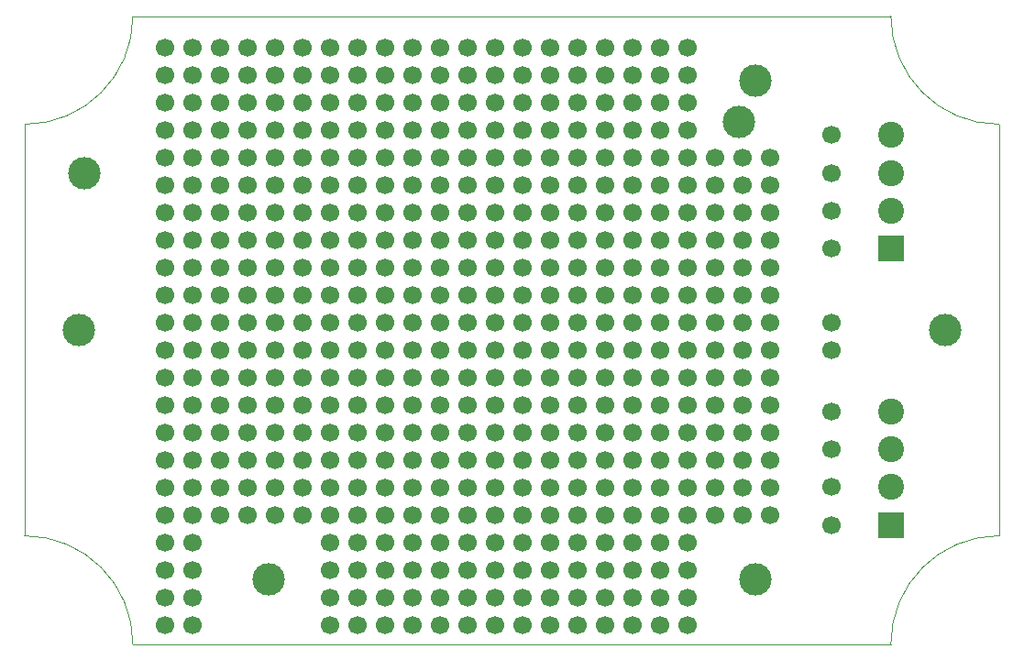
<source format=gbr>
G04 #@! TF.GenerationSoftware,KiCad,Pcbnew,7.0.11+dfsg-1build4*
G04 #@! TF.CreationDate,2025-11-10T09:45:06-05:00*
G04 #@! TF.ProjectId,MCU_PROTO_100x68mm,4d43555f-5052-44f5-944f-5f3130307836,rev?*
G04 #@! TF.SameCoordinates,Original*
G04 #@! TF.FileFunction,Soldermask,Top*
G04 #@! TF.FilePolarity,Negative*
%FSLAX46Y46*%
G04 Gerber Fmt 4.6, Leading zero omitted, Abs format (unit mm)*
G04 Created by KiCad (PCBNEW 7.0.11+dfsg-1build4) date 2025-11-10 09:45:06*
%MOMM*%
%LPD*%
G01*
G04 APERTURE LIST*
%ADD10C,1.700000*%
%ADD11C,3.000000*%
%ADD12R,2.400000X2.400000*%
%ADD13C,2.400000*%
G04 #@! TA.AperFunction,Profile*
%ADD14C,0.050000*%
G04 #@! TD*
G04 APERTURE END LIST*
D10*
X130780000Y-153710000D03*
X161260000Y-141010000D03*
X143480000Y-148630000D03*
X133320000Y-113070000D03*
X128240000Y-105450000D03*
X135860000Y-156250000D03*
X158720000Y-130850000D03*
X166340000Y-128310000D03*
X153640000Y-107990000D03*
X118080000Y-110530000D03*
X133320000Y-115610000D03*
X140940000Y-148630000D03*
X133320000Y-102910000D03*
X140940000Y-138470000D03*
X123160000Y-110530000D03*
X140940000Y-110530000D03*
X125700000Y-143550000D03*
X135860000Y-125770000D03*
X113000000Y-113070000D03*
X151100000Y-133390000D03*
X161260000Y-120690000D03*
X128240000Y-125770000D03*
X161260000Y-128310000D03*
X135860000Y-151170000D03*
X148560000Y-125770000D03*
X146020000Y-118150000D03*
X123160000Y-143550000D03*
X138400000Y-133390000D03*
X143480000Y-151170000D03*
X138400000Y-135930000D03*
X123160000Y-138470000D03*
X151100000Y-128310000D03*
X161260000Y-133390000D03*
X174500000Y-147000000D03*
X125700000Y-107990000D03*
X151100000Y-141010000D03*
X146020000Y-123230000D03*
X158720000Y-123230000D03*
X118080000Y-113070000D03*
X138400000Y-123230000D03*
X125700000Y-133390000D03*
X113000000Y-156250000D03*
X174500000Y-136500000D03*
X128240000Y-128310000D03*
X151100000Y-156250000D03*
X156180000Y-123230000D03*
X120620000Y-107990000D03*
D11*
X105000000Y-129000000D03*
D10*
X135860000Y-113070000D03*
X151100000Y-110530000D03*
X128240000Y-148630000D03*
X118080000Y-128310000D03*
X148560000Y-102910000D03*
X168880000Y-118150000D03*
X166340000Y-113070000D03*
X166340000Y-146090000D03*
X113000000Y-118150000D03*
X158720000Y-118150000D03*
X125700000Y-113070000D03*
X118080000Y-107990000D03*
X130780000Y-130850000D03*
X156180000Y-102910000D03*
X125700000Y-105450000D03*
X156180000Y-141010000D03*
X156180000Y-135930000D03*
X143480000Y-105450000D03*
X174500000Y-121500000D03*
X120620000Y-138470000D03*
X166340000Y-118150000D03*
X156180000Y-151170000D03*
X143480000Y-141010000D03*
X146020000Y-141010000D03*
X115540000Y-153710000D03*
X166340000Y-141010000D03*
X153640000Y-113070000D03*
X133320000Y-128310000D03*
X168880000Y-125770000D03*
X123160000Y-135930000D03*
X133320000Y-151170000D03*
X151100000Y-138470000D03*
X115540000Y-102910000D03*
X140940000Y-153710000D03*
X168880000Y-120690000D03*
X158720000Y-148630000D03*
X130780000Y-143550000D03*
X133320000Y-107990000D03*
X161260000Y-146090000D03*
X161260000Y-156250000D03*
X140940000Y-128310000D03*
X113000000Y-125770000D03*
X161260000Y-105450000D03*
X113000000Y-141010000D03*
X156180000Y-148630000D03*
X138400000Y-138470000D03*
X123160000Y-128310000D03*
X148560000Y-118150000D03*
X153640000Y-141010000D03*
X133320000Y-105450000D03*
X156180000Y-143550000D03*
X158720000Y-141010000D03*
X153640000Y-135930000D03*
X163800000Y-123230000D03*
X125700000Y-128310000D03*
X148560000Y-141010000D03*
X153640000Y-115610000D03*
X143480000Y-107990000D03*
X161260000Y-130850000D03*
X115540000Y-135930000D03*
X153640000Y-130850000D03*
X120620000Y-128310000D03*
X130780000Y-151170000D03*
X130780000Y-146090000D03*
X146020000Y-138470000D03*
X143480000Y-128310000D03*
X146020000Y-128310000D03*
X140940000Y-130850000D03*
X115540000Y-138470000D03*
X113000000Y-115610000D03*
X163800000Y-120690000D03*
X133320000Y-120690000D03*
X113000000Y-133390000D03*
X125700000Y-120690000D03*
X151100000Y-153710000D03*
X125700000Y-138470000D03*
X130780000Y-123230000D03*
X128240000Y-123230000D03*
X174500000Y-111000000D03*
X133320000Y-138470000D03*
X161260000Y-135930000D03*
X123160000Y-146090000D03*
X138400000Y-102910000D03*
X146020000Y-156250000D03*
X123160000Y-115610000D03*
X151100000Y-105450000D03*
X123160000Y-125770000D03*
X166340000Y-123230000D03*
X153640000Y-120690000D03*
X153640000Y-153710000D03*
X128240000Y-107990000D03*
X128240000Y-151170000D03*
X135860000Y-143550000D03*
X146020000Y-151170000D03*
X113000000Y-120690000D03*
X166340000Y-125770000D03*
X123160000Y-118150000D03*
X140940000Y-113070000D03*
X153640000Y-138470000D03*
X140940000Y-125770000D03*
X168880000Y-115610000D03*
X148560000Y-156250000D03*
X140940000Y-143550000D03*
X130780000Y-118150000D03*
X113000000Y-123230000D03*
X128240000Y-133390000D03*
X156180000Y-128310000D03*
X130780000Y-138470000D03*
X135860000Y-146090000D03*
X148560000Y-133390000D03*
X140940000Y-105450000D03*
X125700000Y-110530000D03*
X133320000Y-143550000D03*
X168880000Y-138470000D03*
X166340000Y-115610000D03*
X143480000Y-146090000D03*
X128240000Y-102910000D03*
X158720000Y-105450000D03*
X123160000Y-133390000D03*
X133320000Y-153710000D03*
X135860000Y-148630000D03*
X174500000Y-143500000D03*
X161260000Y-138470000D03*
X148560000Y-130850000D03*
X151100000Y-102910000D03*
X118080000Y-130850000D03*
X158720000Y-102910000D03*
X135860000Y-102910000D03*
D11*
X105500000Y-114500000D03*
D10*
X115540000Y-115610000D03*
X158720000Y-133390000D03*
X148560000Y-143550000D03*
X163800000Y-141010000D03*
X146020000Y-110530000D03*
X153640000Y-123230000D03*
X151100000Y-151170000D03*
X120620000Y-118150000D03*
X130780000Y-133390000D03*
X118080000Y-133390000D03*
X115540000Y-128310000D03*
X113000000Y-151170000D03*
X118080000Y-135930000D03*
X158720000Y-110530000D03*
X151100000Y-130850000D03*
X128240000Y-110530000D03*
X128240000Y-135930000D03*
X123160000Y-123230000D03*
X130780000Y-156250000D03*
X151100000Y-125770000D03*
X174500000Y-118000000D03*
X153640000Y-151170000D03*
X140940000Y-115610000D03*
X118080000Y-125770000D03*
X161260000Y-125770000D03*
X163800000Y-138470000D03*
X143480000Y-156250000D03*
X158720000Y-113070000D03*
X133320000Y-110530000D03*
X158720000Y-115610000D03*
X113000000Y-110530000D03*
X146020000Y-130850000D03*
X133320000Y-133390000D03*
X156180000Y-113070000D03*
X118080000Y-115610000D03*
X130780000Y-120690000D03*
D12*
X180000000Y-147000000D03*
D13*
X180000000Y-143500000D03*
X180000000Y-140000000D03*
X180000000Y-136500000D03*
D11*
X185000000Y-129000000D03*
D10*
X135860000Y-130850000D03*
X166340000Y-130850000D03*
X140940000Y-146090000D03*
X143480000Y-153710000D03*
X130780000Y-141010000D03*
X158720000Y-107990000D03*
X118080000Y-120690000D03*
X118080000Y-105450000D03*
X146020000Y-102910000D03*
X153640000Y-148630000D03*
X135860000Y-118150000D03*
X156180000Y-120690000D03*
X151100000Y-115610000D03*
X148560000Y-105450000D03*
X163800000Y-125770000D03*
X115540000Y-156250000D03*
X118080000Y-146090000D03*
X140940000Y-156250000D03*
D11*
X166000000Y-109750000D03*
D10*
X161260000Y-110530000D03*
X128240000Y-120690000D03*
X146020000Y-107990000D03*
X113000000Y-105450000D03*
X140940000Y-118150000D03*
X163800000Y-146090000D03*
X161260000Y-151170000D03*
X143480000Y-130850000D03*
X123160000Y-141010000D03*
X146020000Y-120690000D03*
X133320000Y-146090000D03*
X120620000Y-123230000D03*
X156180000Y-118150000D03*
X166340000Y-135930000D03*
X138400000Y-125770000D03*
X115540000Y-107990000D03*
X115540000Y-113070000D03*
X153640000Y-125770000D03*
X148560000Y-107990000D03*
X163800000Y-135930000D03*
X156180000Y-156250000D03*
X146020000Y-143550000D03*
X120620000Y-125770000D03*
X143480000Y-143550000D03*
X115540000Y-110530000D03*
X168880000Y-135930000D03*
X166340000Y-120690000D03*
X128240000Y-143550000D03*
X140940000Y-123230000D03*
X161260000Y-102910000D03*
X163800000Y-128310000D03*
X174500000Y-140000000D03*
X113000000Y-153710000D03*
X133320000Y-118150000D03*
X115540000Y-130850000D03*
X174500000Y-128310000D03*
X130780000Y-102910000D03*
X130780000Y-107990000D03*
X125700000Y-141010000D03*
X146020000Y-146090000D03*
X153640000Y-105450000D03*
X133320000Y-141010000D03*
X125700000Y-125770000D03*
X138400000Y-141010000D03*
X143480000Y-120690000D03*
X163800000Y-130850000D03*
X143480000Y-125770000D03*
X143480000Y-133390000D03*
X115540000Y-125770000D03*
X151100000Y-107990000D03*
X138400000Y-113070000D03*
X151100000Y-118150000D03*
X123160000Y-120690000D03*
X135860000Y-128310000D03*
X161260000Y-143550000D03*
X161260000Y-113070000D03*
X138400000Y-148630000D03*
X166340000Y-133390000D03*
X158720000Y-151170000D03*
X115540000Y-148630000D03*
X163800000Y-113070000D03*
X120620000Y-146090000D03*
X143480000Y-102910000D03*
X153640000Y-128310000D03*
D11*
X122500000Y-152000000D03*
D10*
X143480000Y-135930000D03*
X128240000Y-130850000D03*
X118080000Y-102910000D03*
X125700000Y-130850000D03*
X133320000Y-123230000D03*
X120620000Y-115610000D03*
X138400000Y-118150000D03*
X115540000Y-146090000D03*
X118080000Y-138470000D03*
X118080000Y-143550000D03*
X168880000Y-141010000D03*
X128240000Y-141010000D03*
X168880000Y-130850000D03*
X118080000Y-141010000D03*
X125700000Y-115610000D03*
X115540000Y-118150000D03*
X168880000Y-123230000D03*
X163800000Y-118150000D03*
X166340000Y-143550000D03*
X128240000Y-156250000D03*
X158720000Y-120690000D03*
X153640000Y-143550000D03*
X138400000Y-153710000D03*
X128240000Y-153710000D03*
X156180000Y-115610000D03*
X163800000Y-143550000D03*
X138400000Y-143550000D03*
X138400000Y-146090000D03*
X161260000Y-148630000D03*
X166340000Y-138470000D03*
X125700000Y-102910000D03*
X161260000Y-115610000D03*
D11*
X167500000Y-152000000D03*
D10*
X148560000Y-123230000D03*
X130780000Y-135930000D03*
X148560000Y-135930000D03*
X146020000Y-115610000D03*
X115540000Y-133390000D03*
X115540000Y-143550000D03*
X168880000Y-128310000D03*
X168880000Y-146090000D03*
X133320000Y-135930000D03*
X148560000Y-128310000D03*
X156180000Y-107990000D03*
X158720000Y-153710000D03*
X153640000Y-146090000D03*
X123160000Y-105450000D03*
X143480000Y-138470000D03*
X156180000Y-146090000D03*
X133320000Y-148630000D03*
X156180000Y-153710000D03*
X143480000Y-113070000D03*
X151100000Y-143550000D03*
X146020000Y-153710000D03*
X140940000Y-141010000D03*
X120620000Y-130850000D03*
X138400000Y-128310000D03*
X135860000Y-135930000D03*
X140940000Y-102910000D03*
X130780000Y-110530000D03*
X130780000Y-115610000D03*
X153640000Y-133390000D03*
X151100000Y-123230000D03*
X161260000Y-153710000D03*
X148560000Y-148630000D03*
X130780000Y-148630000D03*
X148560000Y-120690000D03*
X130780000Y-105450000D03*
X151100000Y-146090000D03*
X146020000Y-148630000D03*
X174500000Y-114500000D03*
X135860000Y-153710000D03*
X115540000Y-123230000D03*
X135860000Y-110530000D03*
X158720000Y-128310000D03*
X120620000Y-135930000D03*
X120620000Y-143550000D03*
X113000000Y-128310000D03*
X151100000Y-148630000D03*
X140940000Y-120690000D03*
X138400000Y-156250000D03*
X168880000Y-143550000D03*
X138400000Y-120690000D03*
X130780000Y-128310000D03*
X113000000Y-102910000D03*
X115540000Y-141010000D03*
X113000000Y-135930000D03*
X158720000Y-138470000D03*
X135860000Y-138470000D03*
X135860000Y-120690000D03*
X138400000Y-107990000D03*
X128240000Y-115610000D03*
X138400000Y-115610000D03*
X135860000Y-133390000D03*
X153640000Y-156250000D03*
X128240000Y-146090000D03*
X156180000Y-130850000D03*
X161260000Y-118150000D03*
X158720000Y-156250000D03*
X161260000Y-107990000D03*
X163800000Y-115610000D03*
X174500000Y-130850000D03*
X123160000Y-130850000D03*
X113000000Y-138470000D03*
X148560000Y-151170000D03*
X151100000Y-120690000D03*
X158720000Y-146090000D03*
X135860000Y-105450000D03*
X130780000Y-125770000D03*
X125700000Y-123230000D03*
X135860000Y-123230000D03*
X120620000Y-110530000D03*
X158720000Y-125770000D03*
X135860000Y-141010000D03*
X158720000Y-143550000D03*
X146020000Y-135930000D03*
X161260000Y-123230000D03*
X151100000Y-135930000D03*
X135860000Y-107990000D03*
X168880000Y-113070000D03*
X148560000Y-115610000D03*
X128240000Y-118150000D03*
X133320000Y-156250000D03*
X113000000Y-146090000D03*
X156180000Y-105450000D03*
X151100000Y-113070000D03*
X113000000Y-130850000D03*
X115540000Y-151170000D03*
X120620000Y-141010000D03*
X138400000Y-151170000D03*
X140940000Y-133390000D03*
X125700000Y-118150000D03*
X156180000Y-138470000D03*
X146020000Y-113070000D03*
X133320000Y-130850000D03*
X148560000Y-113070000D03*
X138400000Y-110530000D03*
X113000000Y-148630000D03*
X153640000Y-118150000D03*
X138400000Y-130850000D03*
X120620000Y-102910000D03*
X146020000Y-125770000D03*
X115540000Y-120690000D03*
X143480000Y-115610000D03*
D11*
X167500000Y-106000000D03*
D10*
X123160000Y-102910000D03*
X143480000Y-123230000D03*
X156180000Y-133390000D03*
X156180000Y-110530000D03*
X118080000Y-123230000D03*
X140940000Y-107990000D03*
X113000000Y-107990000D03*
X133320000Y-125770000D03*
X120620000Y-113070000D03*
X146020000Y-105450000D03*
X120620000Y-120690000D03*
X156180000Y-125770000D03*
X143480000Y-118150000D03*
X115540000Y-105450000D03*
X148560000Y-146090000D03*
X168880000Y-133390000D03*
X123160000Y-113070000D03*
X120620000Y-133390000D03*
X148560000Y-138470000D03*
X125700000Y-135930000D03*
X140940000Y-151170000D03*
X125700000Y-146090000D03*
X158720000Y-135930000D03*
X128240000Y-138470000D03*
X148560000Y-110530000D03*
X153640000Y-102910000D03*
X163800000Y-133390000D03*
X140940000Y-135930000D03*
X128240000Y-113070000D03*
X113000000Y-143550000D03*
D12*
X180000000Y-121500000D03*
D13*
X180000000Y-118000000D03*
X180000000Y-114500000D03*
X180000000Y-111000000D03*
D10*
X120620000Y-105450000D03*
X148560000Y-153710000D03*
X146020000Y-133390000D03*
X123160000Y-107990000D03*
X135860000Y-115610000D03*
X153640000Y-110530000D03*
X138400000Y-105450000D03*
X130780000Y-113070000D03*
X118080000Y-118150000D03*
X143480000Y-110530000D03*
D14*
X190000000Y-110000000D02*
X190000000Y-148000000D01*
X100000000Y-110000000D02*
X100000000Y-148000000D01*
X100000000Y-110000000D02*
G75*
G03*
X110000000Y-100000000I0J10000000D01*
G01*
X110000000Y-158000000D02*
X180000000Y-158000000D01*
X110000000Y-100000000D02*
X180000000Y-100000000D01*
X190000000Y-148000000D02*
G75*
G03*
X180000000Y-158000000I0J-10000000D01*
G01*
X110000000Y-158000000D02*
G75*
G03*
X100000000Y-148000000I-10000000J0D01*
G01*
X180000000Y-100000000D02*
G75*
G03*
X190000000Y-110000000I10000000J0D01*
G01*
M02*

</source>
